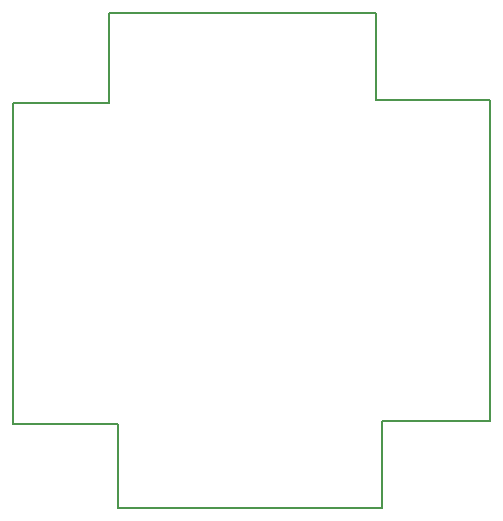
<source format=gbr>
G04 #@! TF.FileFunction,Profile,NP*
%FSLAX46Y46*%
G04 Gerber Fmt 4.6, Leading zero omitted, Abs format (unit mm)*
G04 Created by KiCad (PCBNEW 4.0.0-rc1-stable) date Sun 22 Nov 2015 09:54:25 PM ICT*
%MOMM*%
G01*
G04 APERTURE LIST*
%ADD10C,0.100000*%
%ADD11C,0.150000*%
G04 APERTURE END LIST*
D10*
D11*
X92964000Y-120142000D02*
X93472000Y-120142000D01*
X92964000Y-122936000D02*
X92964000Y-120142000D01*
X92964000Y-122936000D02*
X92964000Y-122936000D01*
X92964000Y-127762000D02*
X92964000Y-122936000D01*
X84836000Y-127762000D02*
X92964000Y-127762000D01*
X84836000Y-154940000D02*
X84836000Y-127762000D01*
X93726000Y-154940000D02*
X84836000Y-154940000D01*
X93726000Y-162052000D02*
X93726000Y-154940000D01*
X116078000Y-162052000D02*
X93726000Y-162052000D01*
X116078000Y-154686000D02*
X116078000Y-162052000D01*
X125222000Y-154686000D02*
X116078000Y-154686000D01*
X125222000Y-127508000D02*
X125222000Y-154686000D01*
X115570000Y-127508000D02*
X125222000Y-127508000D01*
X115570000Y-120142000D02*
X115570000Y-127508000D01*
X93472000Y-120142000D02*
X115570000Y-120142000D01*
M02*

</source>
